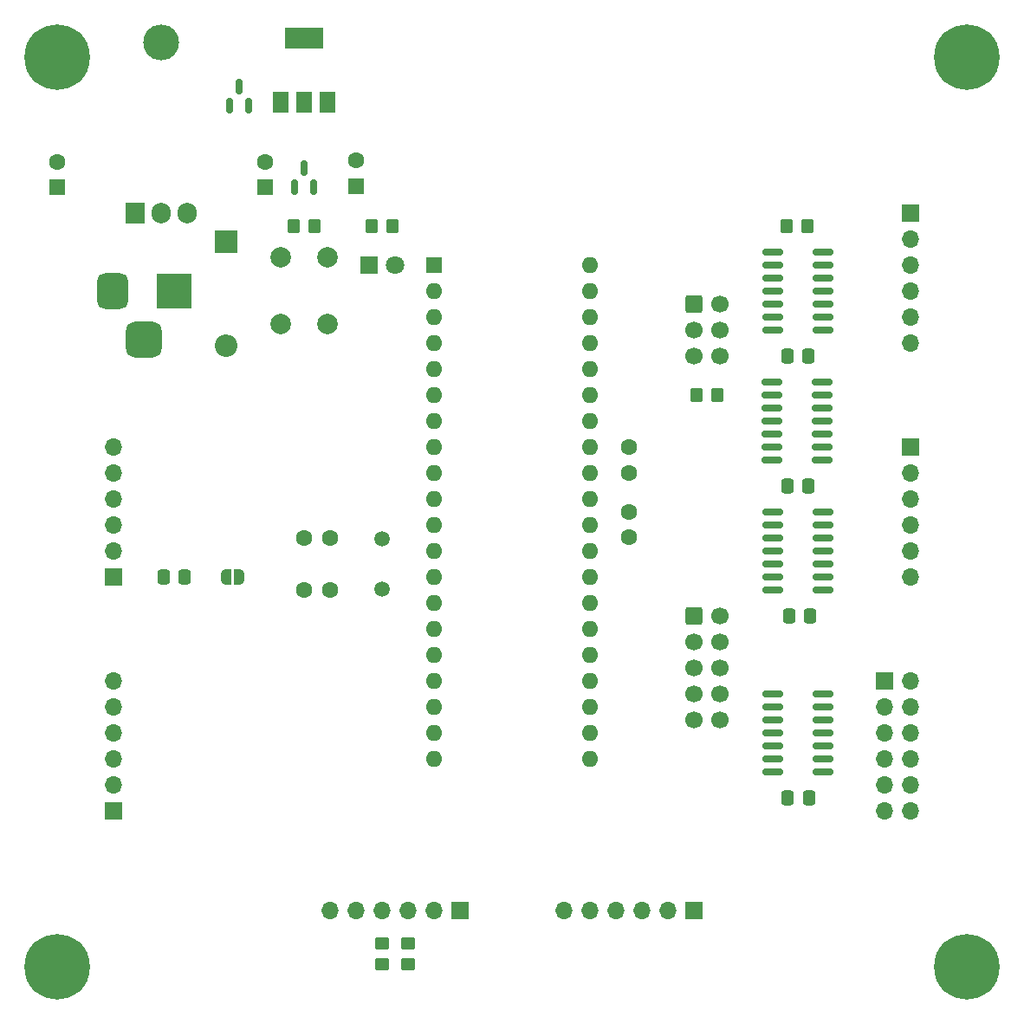
<source format=gbs>
G04 #@! TF.GenerationSoftware,KiCad,Pcbnew,7.0.1*
G04 #@! TF.CreationDate,2023-04-07T20:05:42+02:00*
G04 #@! TF.ProjectId,at90s8535,61743930-7338-4353-9335-2e6b69636164,V1.0*
G04 #@! TF.SameCoordinates,Original*
G04 #@! TF.FileFunction,Soldermask,Bot*
G04 #@! TF.FilePolarity,Negative*
%FSLAX46Y46*%
G04 Gerber Fmt 4.6, Leading zero omitted, Abs format (unit mm)*
G04 Created by KiCad (PCBNEW 7.0.1) date 2023-04-07 20:05:42*
%MOMM*%
%LPD*%
G01*
G04 APERTURE LIST*
G04 Aperture macros list*
%AMRoundRect*
0 Rectangle with rounded corners*
0 $1 Rounding radius*
0 $2 $3 $4 $5 $6 $7 $8 $9 X,Y pos of 4 corners*
0 Add a 4 corners polygon primitive as box body*
4,1,4,$2,$3,$4,$5,$6,$7,$8,$9,$2,$3,0*
0 Add four circle primitives for the rounded corners*
1,1,$1+$1,$2,$3*
1,1,$1+$1,$4,$5*
1,1,$1+$1,$6,$7*
1,1,$1+$1,$8,$9*
0 Add four rect primitives between the rounded corners*
20,1,$1+$1,$2,$3,$4,$5,0*
20,1,$1+$1,$4,$5,$6,$7,0*
20,1,$1+$1,$6,$7,$8,$9,0*
20,1,$1+$1,$8,$9,$2,$3,0*%
%AMFreePoly0*
4,1,19,0.500000,-0.750000,0.000000,-0.750000,0.000000,-0.744911,-0.071157,-0.744911,-0.207708,-0.704816,-0.327430,-0.627875,-0.420627,-0.520320,-0.479746,-0.390866,-0.500000,-0.250000,-0.500000,0.250000,-0.479746,0.390866,-0.420627,0.520320,-0.327430,0.627875,-0.207708,0.704816,-0.071157,0.744911,0.000000,0.744911,0.000000,0.750000,0.500000,0.750000,0.500000,-0.750000,0.500000,-0.750000,
$1*%
%AMFreePoly1*
4,1,19,0.000000,0.744911,0.071157,0.744911,0.207708,0.704816,0.327430,0.627875,0.420627,0.520320,0.479746,0.390866,0.500000,0.250000,0.500000,-0.250000,0.479746,-0.390866,0.420627,-0.520320,0.327430,-0.627875,0.207708,-0.704816,0.071157,-0.744911,0.000000,-0.744911,0.000000,-0.750000,-0.500000,-0.750000,-0.500000,0.750000,0.000000,0.750000,0.000000,0.744911,0.000000,0.744911,
$1*%
G04 Aperture macros list end*
%ADD10R,1.700000X1.700000*%
%ADD11O,1.700000X1.700000*%
%ADD12C,1.600000*%
%ADD13C,0.800000*%
%ADD14C,6.400000*%
%ADD15R,1.600000X1.600000*%
%ADD16O,3.500000X3.500000*%
%ADD17R,1.905000X2.000000*%
%ADD18O,1.905000X2.000000*%
%ADD19C,1.500000*%
%ADD20O,1.600000X1.600000*%
%ADD21RoundRect,0.250000X-0.600000X-0.600000X0.600000X-0.600000X0.600000X0.600000X-0.600000X0.600000X0*%
%ADD22C,1.700000*%
%ADD23R,2.200000X2.200000*%
%ADD24O,2.200000X2.200000*%
%ADD25C,2.000000*%
%ADD26R,1.800000X1.800000*%
%ADD27C,1.800000*%
%ADD28R,3.500000X3.500000*%
%ADD29RoundRect,0.750000X-0.750000X-1.000000X0.750000X-1.000000X0.750000X1.000000X-0.750000X1.000000X0*%
%ADD30RoundRect,0.875000X-0.875000X-0.875000X0.875000X-0.875000X0.875000X0.875000X-0.875000X0.875000X0*%
%ADD31R,1.500000X2.000000*%
%ADD32R,3.800000X2.000000*%
%ADD33RoundRect,0.250000X0.450000X-0.350000X0.450000X0.350000X-0.450000X0.350000X-0.450000X-0.350000X0*%
%ADD34RoundRect,0.250000X-0.337500X-0.475000X0.337500X-0.475000X0.337500X0.475000X-0.337500X0.475000X0*%
%ADD35RoundRect,0.150000X0.150000X-0.587500X0.150000X0.587500X-0.150000X0.587500X-0.150000X-0.587500X0*%
%ADD36RoundRect,0.250000X0.350000X0.450000X-0.350000X0.450000X-0.350000X-0.450000X0.350000X-0.450000X0*%
%ADD37RoundRect,0.150000X0.825000X0.150000X-0.825000X0.150000X-0.825000X-0.150000X0.825000X-0.150000X0*%
%ADD38FreePoly0,0.000000*%
%ADD39FreePoly1,0.000000*%
%ADD40RoundRect,0.250000X-0.350000X-0.450000X0.350000X-0.450000X0.350000X0.450000X-0.350000X0.450000X0*%
G04 APERTURE END LIST*
D10*
X-38957500Y-29210000D03*
D11*
X-38957500Y-26670000D03*
X-38957500Y-24130000D03*
X-38957500Y-21590000D03*
X-38957500Y-19050000D03*
X-38957500Y-16510000D03*
D12*
X11430000Y40000D03*
X11430000Y-2460000D03*
X-17780000Y-7620000D03*
X-20280000Y-7620000D03*
D10*
X-5080000Y-38957500D03*
D11*
X-7620000Y-38957500D03*
X-10160000Y-38957500D03*
X-12700000Y-38957500D03*
X-15240000Y-38957500D03*
X-17780000Y-38957500D03*
D13*
X42050000Y-44450000D03*
X42752944Y-42752944D03*
X42752944Y-46147056D03*
X44450000Y-42050000D03*
D14*
X44450000Y-44450000D03*
D13*
X44450000Y-46850000D03*
X46147056Y-42752944D03*
X46147056Y-46147056D03*
X46850000Y-44450000D03*
D12*
X-17780000Y-2540000D03*
X-20280000Y-2540000D03*
D10*
X36417500Y-16510000D03*
D11*
X36417500Y-19050000D03*
X36417500Y-21590000D03*
X36417500Y-24130000D03*
X36417500Y-26670000D03*
X36417500Y-29210000D03*
X38957500Y-16510000D03*
X38957500Y-19050000D03*
X38957500Y-21590000D03*
X38957500Y-24130000D03*
X38957500Y-26670000D03*
X38957500Y-29210000D03*
D13*
X42050000Y44450000D03*
X42752944Y46147056D03*
X42752944Y42752944D03*
X44450000Y46850000D03*
D14*
X44450000Y44450000D03*
D13*
X44450000Y42050000D03*
X46147056Y46147056D03*
X46147056Y42752944D03*
X46850000Y44450000D03*
D15*
X-44450000Y31750000D03*
D12*
X-44450000Y34250000D03*
D10*
X38957500Y6350000D03*
D11*
X38957500Y3810000D03*
X38957500Y1270000D03*
X38957500Y-1270000D03*
X38957500Y-3810000D03*
X38957500Y-6350000D03*
D16*
X-34290000Y45870000D03*
D17*
X-36830000Y29210000D03*
D18*
X-34290000Y29210000D03*
X-31750000Y29210000D03*
D15*
X-24130000Y31750000D03*
D12*
X-24130000Y34250000D03*
D15*
X-15240000Y31837621D03*
D12*
X-15240000Y34337621D03*
D19*
X-12700000Y-7530000D03*
X-12700000Y-2650000D03*
D12*
X11430000Y6350000D03*
X11430000Y3850000D03*
D15*
X-7625000Y24125000D03*
D20*
X-7625000Y21585000D03*
X-7625000Y19045000D03*
X-7625000Y16505000D03*
X-7625000Y13965000D03*
X-7625000Y11425000D03*
X-7625000Y8885000D03*
X-7625000Y6345000D03*
X-7625000Y3805000D03*
X-7625000Y1265000D03*
X-7625000Y-1275000D03*
X-7625000Y-3815000D03*
X-7625000Y-6355000D03*
X-7625000Y-8895000D03*
X-7625000Y-11435000D03*
X-7625000Y-13975000D03*
X-7625000Y-16515000D03*
X-7625000Y-19055000D03*
X-7625000Y-21595000D03*
X-7625000Y-24135000D03*
X7615000Y-24135000D03*
X7615000Y-21595000D03*
X7615000Y-19055000D03*
X7615000Y-16515000D03*
X7615000Y-13975000D03*
X7615000Y-11435000D03*
X7615000Y-8895000D03*
X7615000Y-6355000D03*
X7615000Y-3815000D03*
X7615000Y-1275000D03*
X7615000Y1265000D03*
X7615000Y3805000D03*
X7615000Y6345000D03*
X7615000Y8885000D03*
X7615000Y11425000D03*
X7615000Y13965000D03*
X7615000Y16505000D03*
X7615000Y19045000D03*
X7615000Y21585000D03*
X7615000Y24125000D03*
D21*
X17780000Y20320000D03*
D22*
X20320000Y20320000D03*
X17780000Y17780000D03*
X20320000Y17780000D03*
X17780000Y15240000D03*
X20320000Y15240000D03*
D10*
X-38957500Y-6350000D03*
D11*
X-38957500Y-3810000D03*
X-38957500Y-1270000D03*
X-38957500Y1270000D03*
X-38957500Y3810000D03*
X-38957500Y6350000D03*
D13*
X-46850000Y-44450000D03*
X-46147056Y-42752944D03*
X-46147056Y-46147056D03*
X-44450000Y-42050000D03*
D14*
X-44450000Y-44450000D03*
D13*
X-44450000Y-46850000D03*
X-42752944Y-42752944D03*
X-42752944Y-46147056D03*
X-42050000Y-44450000D03*
X-46850000Y44450000D03*
X-46147056Y46147056D03*
X-46147056Y42752944D03*
X-44450000Y46850000D03*
D14*
X-44450000Y44450000D03*
D13*
X-44450000Y42050000D03*
X-42752944Y46147056D03*
X-42752944Y42752944D03*
X-42050000Y44450000D03*
D23*
X-27940000Y26416000D03*
D24*
X-27940000Y16256000D03*
D10*
X17780000Y-38957500D03*
D11*
X15240000Y-38957500D03*
X12700000Y-38957500D03*
X10160000Y-38957500D03*
X7620000Y-38957500D03*
X5080000Y-38957500D03*
D25*
X-22570000Y18415000D03*
X-22570000Y24915000D03*
X-18070000Y18415000D03*
X-18070000Y24915000D03*
D10*
X38957500Y29210000D03*
D11*
X38957500Y26670000D03*
X38957500Y24130000D03*
X38957500Y21590000D03*
X38957500Y19050000D03*
X38957500Y16510000D03*
D26*
X-13970000Y24130000D03*
D27*
X-11430000Y24130000D03*
D21*
X17780000Y-10160000D03*
D22*
X20320000Y-10160000D03*
X17780000Y-12700000D03*
X20320000Y-12700000D03*
X17780000Y-15240000D03*
X20320000Y-15240000D03*
X17780000Y-17780000D03*
X20320000Y-17780000D03*
X17780000Y-20320000D03*
X20320000Y-20320000D03*
D28*
X-33020000Y21590000D03*
D29*
X-39020000Y21590000D03*
D30*
X-36020000Y16890000D03*
D31*
X-18020000Y40030000D03*
X-20320000Y40030000D03*
D32*
X-20320000Y46330000D03*
D31*
X-22620000Y40030000D03*
D33*
X-12700000Y-44180000D03*
X-12700000Y-42180000D03*
D34*
X26902500Y15240000D03*
X28977500Y15240000D03*
D35*
X-25720000Y39702500D03*
X-27620000Y39702500D03*
X-26670000Y41577500D03*
D36*
X20050000Y11430000D03*
X18050000Y11430000D03*
D37*
X30350000Y12700000D03*
X30350000Y11430000D03*
X30350000Y10160000D03*
X30350000Y8890000D03*
X30350000Y7620000D03*
X30350000Y6350000D03*
X30350000Y5080000D03*
X25400000Y5080000D03*
X25400000Y6350000D03*
X25400000Y7620000D03*
X25400000Y8890000D03*
X25400000Y10160000D03*
X25400000Y11430000D03*
X25400000Y12700000D03*
D38*
X-27940000Y-6350000D03*
D39*
X-26640000Y-6350000D03*
D37*
X30415000Y-17780000D03*
X30415000Y-19050000D03*
X30415000Y-20320000D03*
X30415000Y-21590000D03*
X30415000Y-22860000D03*
X30415000Y-24130000D03*
X30415000Y-25400000D03*
X25465000Y-25400000D03*
X25465000Y-24130000D03*
X25465000Y-22860000D03*
X25465000Y-21590000D03*
X25465000Y-20320000D03*
X25465000Y-19050000D03*
X25465000Y-17780000D03*
D34*
X27070000Y-10160000D03*
X29145000Y-10160000D03*
X26902500Y2540000D03*
X28977500Y2540000D03*
X-34057500Y-6350000D03*
X-31982500Y-6350000D03*
D33*
X-10160000Y-44180000D03*
X-10160000Y-42180000D03*
D40*
X26875000Y27940000D03*
X28875000Y27940000D03*
D35*
X-19370000Y31750000D03*
X-21270000Y31750000D03*
X-20320000Y33625000D03*
D40*
X-21320000Y27940000D03*
X-19320000Y27940000D03*
D37*
X30415000Y25400000D03*
X30415000Y24130000D03*
X30415000Y22860000D03*
X30415000Y21590000D03*
X30415000Y20320000D03*
X30415000Y19050000D03*
X30415000Y17780000D03*
X25465000Y17780000D03*
X25465000Y19050000D03*
X25465000Y20320000D03*
X25465000Y21590000D03*
X25465000Y22860000D03*
X25465000Y24130000D03*
X25465000Y25400000D03*
X30415000Y0D03*
X30415000Y-1270000D03*
X30415000Y-2540000D03*
X30415000Y-3810000D03*
X30415000Y-5080000D03*
X30415000Y-6350000D03*
X30415000Y-7620000D03*
X25465000Y-7620000D03*
X25465000Y-6350000D03*
X25465000Y-5080000D03*
X25465000Y-3810000D03*
X25465000Y-2540000D03*
X25465000Y-1270000D03*
X25465000Y0D03*
D40*
X-13700000Y27940000D03*
X-11700000Y27940000D03*
D34*
X26967500Y-27940000D03*
X29042500Y-27940000D03*
M02*

</source>
